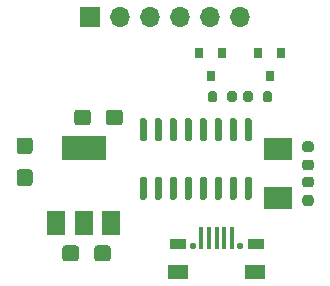
<source format=gbr>
%TF.GenerationSoftware,KiCad,Pcbnew,(5.1.10)-1*%
%TF.CreationDate,2021-05-26T11:20:56+00:00*%
%TF.ProjectId,esp32_programmer,65737033-325f-4707-926f-6772616d6d65,rev?*%
%TF.SameCoordinates,Original*%
%TF.FileFunction,Soldermask,Top*%
%TF.FilePolarity,Negative*%
%FSLAX46Y46*%
G04 Gerber Fmt 4.6, Leading zero omitted, Abs format (unit mm)*
G04 Created by KiCad (PCBNEW (5.1.10)-1) date 2021-05-26 11:20:56*
%MOMM*%
%LPD*%
G01*
G04 APERTURE LIST*
%ADD10R,0.400000X1.850000*%
%ADD11C,0.550000*%
%ADD12R,1.690000X1.300000*%
%ADD13R,1.475000X0.900000*%
%ADD14R,1.700000X1.700000*%
%ADD15O,1.700000X1.700000*%
%ADD16R,0.800000X0.900000*%
%ADD17R,3.800000X2.000000*%
%ADD18R,1.500000X2.000000*%
%ADD19R,2.400000X1.900000*%
G04 APERTURE END LIST*
D10*
%TO.C,J1*%
X129223300Y-84454060D03*
X130523300Y-84454060D03*
X129873300Y-84454060D03*
X131173300Y-84454060D03*
X131823300Y-84454060D03*
D11*
X128523300Y-85139060D03*
X132523300Y-85139060D03*
D12*
X127253300Y-87289060D03*
X133793300Y-87289060D03*
D13*
X127235800Y-84929060D03*
X133810800Y-84929060D03*
%TD*%
%TO.C,C1*%
G36*
G01*
X121550000Y-85324999D02*
X121550000Y-86175001D01*
G75*
G02*
X121300001Y-86425000I-249999J0D01*
G01*
X120399999Y-86425000D01*
G75*
G02*
X120150000Y-86175001I0J249999D01*
G01*
X120150000Y-85324999D01*
G75*
G02*
X120399999Y-85075000I249999J0D01*
G01*
X121300001Y-85075000D01*
G75*
G02*
X121550000Y-85324999I0J-249999D01*
G01*
G37*
G36*
G01*
X118850000Y-85324999D02*
X118850000Y-86175001D01*
G75*
G02*
X118600001Y-86425000I-249999J0D01*
G01*
X117699999Y-86425000D01*
G75*
G02*
X117450000Y-86175001I0J249999D01*
G01*
X117450000Y-85324999D01*
G75*
G02*
X117699999Y-85075000I249999J0D01*
G01*
X118600001Y-85075000D01*
G75*
G02*
X118850000Y-85324999I0J-249999D01*
G01*
G37*
%TD*%
%TO.C,C2*%
G36*
G01*
X113824999Y-75950000D02*
X114675001Y-75950000D01*
G75*
G02*
X114925000Y-76199999I0J-249999D01*
G01*
X114925000Y-77100001D01*
G75*
G02*
X114675001Y-77350000I-249999J0D01*
G01*
X113824999Y-77350000D01*
G75*
G02*
X113575000Y-77100001I0J249999D01*
G01*
X113575000Y-76199999D01*
G75*
G02*
X113824999Y-75950000I249999J0D01*
G01*
G37*
G36*
G01*
X113824999Y-78650000D02*
X114675001Y-78650000D01*
G75*
G02*
X114925000Y-78899999I0J-249999D01*
G01*
X114925000Y-79800001D01*
G75*
G02*
X114675001Y-80050000I-249999J0D01*
G01*
X113824999Y-80050000D01*
G75*
G02*
X113575000Y-79800001I0J249999D01*
G01*
X113575000Y-78899999D01*
G75*
G02*
X113824999Y-78650000I249999J0D01*
G01*
G37*
%TD*%
%TO.C,C3*%
G36*
G01*
X119850000Y-73824999D02*
X119850000Y-74675001D01*
G75*
G02*
X119600001Y-74925000I-249999J0D01*
G01*
X118699999Y-74925000D01*
G75*
G02*
X118450000Y-74675001I0J249999D01*
G01*
X118450000Y-73824999D01*
G75*
G02*
X118699999Y-73575000I249999J0D01*
G01*
X119600001Y-73575000D01*
G75*
G02*
X119850000Y-73824999I0J-249999D01*
G01*
G37*
G36*
G01*
X122550000Y-73824999D02*
X122550000Y-74675001D01*
G75*
G02*
X122300001Y-74925000I-249999J0D01*
G01*
X121399999Y-74925000D01*
G75*
G02*
X121150000Y-74675001I0J249999D01*
G01*
X121150000Y-73824999D01*
G75*
G02*
X121399999Y-73575000I249999J0D01*
G01*
X122300001Y-73575000D01*
G75*
G02*
X122550000Y-73824999I0J-249999D01*
G01*
G37*
%TD*%
%TO.C,C4*%
G36*
G01*
X138500000Y-78725000D02*
X138000000Y-78725000D01*
G75*
G02*
X137775000Y-78500000I0J225000D01*
G01*
X137775000Y-78050000D01*
G75*
G02*
X138000000Y-77825000I225000J0D01*
G01*
X138500000Y-77825000D01*
G75*
G02*
X138725000Y-78050000I0J-225000D01*
G01*
X138725000Y-78500000D01*
G75*
G02*
X138500000Y-78725000I-225000J0D01*
G01*
G37*
G36*
G01*
X138500000Y-77175000D02*
X138000000Y-77175000D01*
G75*
G02*
X137775000Y-76950000I0J225000D01*
G01*
X137775000Y-76500000D01*
G75*
G02*
X138000000Y-76275000I225000J0D01*
G01*
X138500000Y-76275000D01*
G75*
G02*
X138725000Y-76500000I0J-225000D01*
G01*
X138725000Y-76950000D01*
G75*
G02*
X138500000Y-77175000I-225000J0D01*
G01*
G37*
%TD*%
%TO.C,C5*%
G36*
G01*
X138500000Y-80175000D02*
X138000000Y-80175000D01*
G75*
G02*
X137775000Y-79950000I0J225000D01*
G01*
X137775000Y-79500000D01*
G75*
G02*
X138000000Y-79275000I225000J0D01*
G01*
X138500000Y-79275000D01*
G75*
G02*
X138725000Y-79500000I0J-225000D01*
G01*
X138725000Y-79950000D01*
G75*
G02*
X138500000Y-80175000I-225000J0D01*
G01*
G37*
G36*
G01*
X138500000Y-81725000D02*
X138000000Y-81725000D01*
G75*
G02*
X137775000Y-81500000I0J225000D01*
G01*
X137775000Y-81050000D01*
G75*
G02*
X138000000Y-80825000I225000J0D01*
G01*
X138500000Y-80825000D01*
G75*
G02*
X138725000Y-81050000I0J-225000D01*
G01*
X138725000Y-81500000D01*
G75*
G02*
X138500000Y-81725000I-225000J0D01*
G01*
G37*
%TD*%
D14*
%TO.C,J2*%
X119750000Y-65750000D03*
D15*
X122290000Y-65750000D03*
X124830000Y-65750000D03*
X127370000Y-65750000D03*
X129910000Y-65750000D03*
X132450000Y-65750000D03*
%TD*%
D16*
%TO.C,Q1*%
X130950000Y-68750000D03*
X129050000Y-68750000D03*
X130000000Y-70750000D03*
%TD*%
%TO.C,Q2*%
X135000000Y-70750000D03*
X134050000Y-68750000D03*
X135950000Y-68750000D03*
%TD*%
%TO.C,R1*%
G36*
G01*
X132775000Y-72775000D02*
X132775000Y-72225000D01*
G75*
G02*
X132975000Y-72025000I200000J0D01*
G01*
X133375000Y-72025000D01*
G75*
G02*
X133575000Y-72225000I0J-200000D01*
G01*
X133575000Y-72775000D01*
G75*
G02*
X133375000Y-72975000I-200000J0D01*
G01*
X132975000Y-72975000D01*
G75*
G02*
X132775000Y-72775000I0J200000D01*
G01*
G37*
G36*
G01*
X134425000Y-72775000D02*
X134425000Y-72225000D01*
G75*
G02*
X134625000Y-72025000I200000J0D01*
G01*
X135025000Y-72025000D01*
G75*
G02*
X135225000Y-72225000I0J-200000D01*
G01*
X135225000Y-72775000D01*
G75*
G02*
X135025000Y-72975000I-200000J0D01*
G01*
X134625000Y-72975000D01*
G75*
G02*
X134425000Y-72775000I0J200000D01*
G01*
G37*
%TD*%
%TO.C,R2*%
G36*
G01*
X130575000Y-72225000D02*
X130575000Y-72775000D01*
G75*
G02*
X130375000Y-72975000I-200000J0D01*
G01*
X129975000Y-72975000D01*
G75*
G02*
X129775000Y-72775000I0J200000D01*
G01*
X129775000Y-72225000D01*
G75*
G02*
X129975000Y-72025000I200000J0D01*
G01*
X130375000Y-72025000D01*
G75*
G02*
X130575000Y-72225000I0J-200000D01*
G01*
G37*
G36*
G01*
X132225000Y-72225000D02*
X132225000Y-72775000D01*
G75*
G02*
X132025000Y-72975000I-200000J0D01*
G01*
X131625000Y-72975000D01*
G75*
G02*
X131425000Y-72775000I0J200000D01*
G01*
X131425000Y-72225000D01*
G75*
G02*
X131625000Y-72025000I200000J0D01*
G01*
X132025000Y-72025000D01*
G75*
G02*
X132225000Y-72225000I0J-200000D01*
G01*
G37*
%TD*%
D17*
%TO.C,U1*%
X119250000Y-76850000D03*
D18*
X119250000Y-83150000D03*
X121550000Y-83150000D03*
X116950000Y-83150000D03*
%TD*%
%TO.C,U2*%
G36*
G01*
X124455000Y-81200000D02*
X124155000Y-81200000D01*
G75*
G02*
X124005000Y-81050000I0J150000D01*
G01*
X124005000Y-79400000D01*
G75*
G02*
X124155000Y-79250000I150000J0D01*
G01*
X124455000Y-79250000D01*
G75*
G02*
X124605000Y-79400000I0J-150000D01*
G01*
X124605000Y-81050000D01*
G75*
G02*
X124455000Y-81200000I-150000J0D01*
G01*
G37*
G36*
G01*
X125725000Y-81200000D02*
X125425000Y-81200000D01*
G75*
G02*
X125275000Y-81050000I0J150000D01*
G01*
X125275000Y-79400000D01*
G75*
G02*
X125425000Y-79250000I150000J0D01*
G01*
X125725000Y-79250000D01*
G75*
G02*
X125875000Y-79400000I0J-150000D01*
G01*
X125875000Y-81050000D01*
G75*
G02*
X125725000Y-81200000I-150000J0D01*
G01*
G37*
G36*
G01*
X126995000Y-81200000D02*
X126695000Y-81200000D01*
G75*
G02*
X126545000Y-81050000I0J150000D01*
G01*
X126545000Y-79400000D01*
G75*
G02*
X126695000Y-79250000I150000J0D01*
G01*
X126995000Y-79250000D01*
G75*
G02*
X127145000Y-79400000I0J-150000D01*
G01*
X127145000Y-81050000D01*
G75*
G02*
X126995000Y-81200000I-150000J0D01*
G01*
G37*
G36*
G01*
X128265000Y-81200000D02*
X127965000Y-81200000D01*
G75*
G02*
X127815000Y-81050000I0J150000D01*
G01*
X127815000Y-79400000D01*
G75*
G02*
X127965000Y-79250000I150000J0D01*
G01*
X128265000Y-79250000D01*
G75*
G02*
X128415000Y-79400000I0J-150000D01*
G01*
X128415000Y-81050000D01*
G75*
G02*
X128265000Y-81200000I-150000J0D01*
G01*
G37*
G36*
G01*
X129535000Y-81200000D02*
X129235000Y-81200000D01*
G75*
G02*
X129085000Y-81050000I0J150000D01*
G01*
X129085000Y-79400000D01*
G75*
G02*
X129235000Y-79250000I150000J0D01*
G01*
X129535000Y-79250000D01*
G75*
G02*
X129685000Y-79400000I0J-150000D01*
G01*
X129685000Y-81050000D01*
G75*
G02*
X129535000Y-81200000I-150000J0D01*
G01*
G37*
G36*
G01*
X130805000Y-81200000D02*
X130505000Y-81200000D01*
G75*
G02*
X130355000Y-81050000I0J150000D01*
G01*
X130355000Y-79400000D01*
G75*
G02*
X130505000Y-79250000I150000J0D01*
G01*
X130805000Y-79250000D01*
G75*
G02*
X130955000Y-79400000I0J-150000D01*
G01*
X130955000Y-81050000D01*
G75*
G02*
X130805000Y-81200000I-150000J0D01*
G01*
G37*
G36*
G01*
X132075000Y-81200000D02*
X131775000Y-81200000D01*
G75*
G02*
X131625000Y-81050000I0J150000D01*
G01*
X131625000Y-79400000D01*
G75*
G02*
X131775000Y-79250000I150000J0D01*
G01*
X132075000Y-79250000D01*
G75*
G02*
X132225000Y-79400000I0J-150000D01*
G01*
X132225000Y-81050000D01*
G75*
G02*
X132075000Y-81200000I-150000J0D01*
G01*
G37*
G36*
G01*
X133345000Y-81200000D02*
X133045000Y-81200000D01*
G75*
G02*
X132895000Y-81050000I0J150000D01*
G01*
X132895000Y-79400000D01*
G75*
G02*
X133045000Y-79250000I150000J0D01*
G01*
X133345000Y-79250000D01*
G75*
G02*
X133495000Y-79400000I0J-150000D01*
G01*
X133495000Y-81050000D01*
G75*
G02*
X133345000Y-81200000I-150000J0D01*
G01*
G37*
G36*
G01*
X133345000Y-76250000D02*
X133045000Y-76250000D01*
G75*
G02*
X132895000Y-76100000I0J150000D01*
G01*
X132895000Y-74450000D01*
G75*
G02*
X133045000Y-74300000I150000J0D01*
G01*
X133345000Y-74300000D01*
G75*
G02*
X133495000Y-74450000I0J-150000D01*
G01*
X133495000Y-76100000D01*
G75*
G02*
X133345000Y-76250000I-150000J0D01*
G01*
G37*
G36*
G01*
X132075000Y-76250000D02*
X131775000Y-76250000D01*
G75*
G02*
X131625000Y-76100000I0J150000D01*
G01*
X131625000Y-74450000D01*
G75*
G02*
X131775000Y-74300000I150000J0D01*
G01*
X132075000Y-74300000D01*
G75*
G02*
X132225000Y-74450000I0J-150000D01*
G01*
X132225000Y-76100000D01*
G75*
G02*
X132075000Y-76250000I-150000J0D01*
G01*
G37*
G36*
G01*
X130805000Y-76250000D02*
X130505000Y-76250000D01*
G75*
G02*
X130355000Y-76100000I0J150000D01*
G01*
X130355000Y-74450000D01*
G75*
G02*
X130505000Y-74300000I150000J0D01*
G01*
X130805000Y-74300000D01*
G75*
G02*
X130955000Y-74450000I0J-150000D01*
G01*
X130955000Y-76100000D01*
G75*
G02*
X130805000Y-76250000I-150000J0D01*
G01*
G37*
G36*
G01*
X129535000Y-76250000D02*
X129235000Y-76250000D01*
G75*
G02*
X129085000Y-76100000I0J150000D01*
G01*
X129085000Y-74450000D01*
G75*
G02*
X129235000Y-74300000I150000J0D01*
G01*
X129535000Y-74300000D01*
G75*
G02*
X129685000Y-74450000I0J-150000D01*
G01*
X129685000Y-76100000D01*
G75*
G02*
X129535000Y-76250000I-150000J0D01*
G01*
G37*
G36*
G01*
X128265000Y-76250000D02*
X127965000Y-76250000D01*
G75*
G02*
X127815000Y-76100000I0J150000D01*
G01*
X127815000Y-74450000D01*
G75*
G02*
X127965000Y-74300000I150000J0D01*
G01*
X128265000Y-74300000D01*
G75*
G02*
X128415000Y-74450000I0J-150000D01*
G01*
X128415000Y-76100000D01*
G75*
G02*
X128265000Y-76250000I-150000J0D01*
G01*
G37*
G36*
G01*
X126995000Y-76250000D02*
X126695000Y-76250000D01*
G75*
G02*
X126545000Y-76100000I0J150000D01*
G01*
X126545000Y-74450000D01*
G75*
G02*
X126695000Y-74300000I150000J0D01*
G01*
X126995000Y-74300000D01*
G75*
G02*
X127145000Y-74450000I0J-150000D01*
G01*
X127145000Y-76100000D01*
G75*
G02*
X126995000Y-76250000I-150000J0D01*
G01*
G37*
G36*
G01*
X125725000Y-76250000D02*
X125425000Y-76250000D01*
G75*
G02*
X125275000Y-76100000I0J150000D01*
G01*
X125275000Y-74450000D01*
G75*
G02*
X125425000Y-74300000I150000J0D01*
G01*
X125725000Y-74300000D01*
G75*
G02*
X125875000Y-74450000I0J-150000D01*
G01*
X125875000Y-76100000D01*
G75*
G02*
X125725000Y-76250000I-150000J0D01*
G01*
G37*
G36*
G01*
X124455000Y-76250000D02*
X124155000Y-76250000D01*
G75*
G02*
X124005000Y-76100000I0J150000D01*
G01*
X124005000Y-74450000D01*
G75*
G02*
X124155000Y-74300000I150000J0D01*
G01*
X124455000Y-74300000D01*
G75*
G02*
X124605000Y-74450000I0J-150000D01*
G01*
X124605000Y-76100000D01*
G75*
G02*
X124455000Y-76250000I-150000J0D01*
G01*
G37*
%TD*%
D19*
%TO.C,Y1*%
X135750000Y-81050000D03*
X135750000Y-76950000D03*
%TD*%
M02*

</source>
